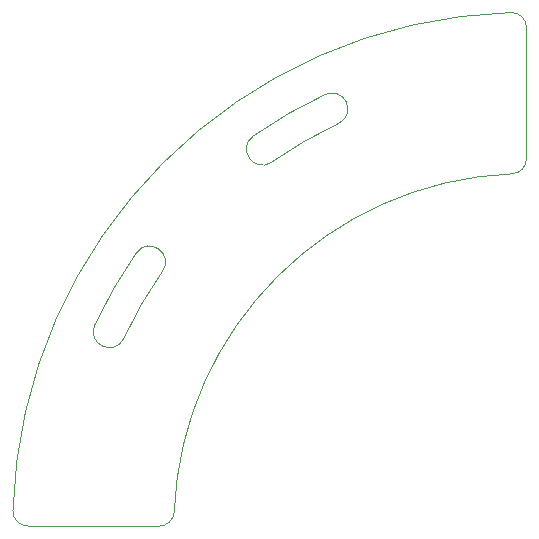
<source format=gm1>
G04*
G04 #@! TF.GenerationSoftware,Altium Limited,Altium Designer,24.1.2 (44)*
G04*
G04 Layer_Color=16711935*
%FSLAX25Y25*%
%MOIN*%
G70*
G04*
G04 #@! TF.SameCoordinates,00511CFA-0F04-46CA-AFF9-E4457DF0149F*
G04*
G04*
G04 #@! TF.FilePolarity,Positive*
G04*
G01*
G75*
%ADD36C,0.00050*%
D36*
X-0Y166185D02*
G03*
X-5150Y171182I-5000J0D01*
G01*
X-4796Y117422D02*
G03*
X-0Y122418I-204J4996D01*
G01*
X-67087Y143869D02*
G03*
X-91050Y130034I67087J-143869D01*
G01*
X-171182Y5150D02*
G03*
X-166185Y0I4998J-150D01*
G01*
X-4796Y117422D02*
G03*
X-117422Y4796I4796J-117422D01*
G01*
X-5150Y171182D02*
G03*
X-171182Y5150I5150J-171182D01*
G01*
X-130034Y91050D02*
G03*
X-143869Y67087I130034J-91050D01*
G01*
X-121310Y84942D02*
G03*
X-134217Y62586I121309J-84942D01*
G01*
X-122418Y0D02*
G03*
X-117422Y4796I0J5000D01*
G01*
X-62586Y134217D02*
G03*
X-67087Y143869I-2250J4826D01*
G01*
X-62586Y134217D02*
G03*
X-84942Y121310I62586J-134217D01*
G01*
X-91050Y130034D02*
G03*
X-84942Y121310I3054J-4362D01*
G01*
X-121310Y84942D02*
G03*
X-130034Y91050I-4362J3054D01*
G01*
X-143869Y67087D02*
G03*
X-134217Y62586I4826J-2250D01*
G01*
X-0Y122418D02*
Y166185D01*
X-166185Y0D02*
X-122418D01*
M02*

</source>
